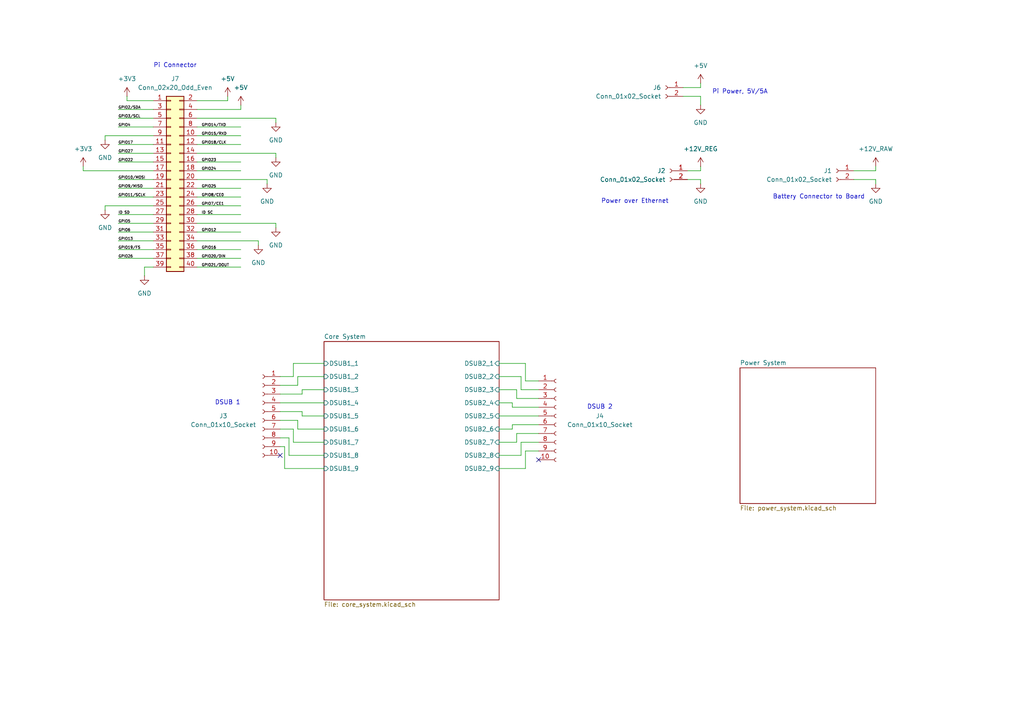
<source format=kicad_sch>
(kicad_sch (version 20250114) (generator "eeschema") (generator_version "9.0")
  (paper "A4")
  (lib_symbols
    (symbol "Connector:Conn_01x02_Socket" (pin_names (offset 1.016) (hide yes))
      (property "Reference" "J" (at 0 2.54 0))
      (property "Value" "Conn_01x02_Socket" (at 0 -5.08 0))
      (symbol "Conn_01x02_Socket_1_1"
        (polyline (pts (xy -1.27 0) (xy -0.508 0)) (stroke (width 0.1524)))
        (polyline (pts (xy -1.27 -2.54) (xy -0.508 -2.54)) (stroke (width 0.1524)))
        (arc (start 0 -0.508) (mid -0.5058 0) (end 0 0.508) (stroke (width 0.1524)))
        (arc (start 0 -3.048) (mid -0.5058 -2.54) (end 0 -2.032) (stroke (width 0.1524)))
        (pin passive line (at -5.08 0 0) (length 3.81) (name "Pin_1") (number "1"))
        (pin passive line (at -5.08 -2.54 0) (length 3.81) (name "Pin_2") (number "2"))
      )
    )
    (symbol "Connector:Conn_01x10_Socket" (pin_names (offset 1.016) (hide yes))
      (property "Reference" "J" (at 0 12.7 0))
      (property "Value" "Conn_01x10_Socket" (at 0 -15.24 0))
      (symbol "Conn_01x10_Socket_1_1"
        (polyline (pts (xy -1.27 10.16) (xy -0.508 10.16)) (stroke (width 0.1524)))
        (polyline (pts (xy -1.27 7.62) (xy -0.508 7.62)) (stroke (width 0.1524)))
        (polyline (pts (xy -1.27 5.08) (xy -0.508 5.08)) (stroke (width 0.1524)))
        (polyline (pts (xy -1.27 2.54) (xy -0.508 2.54)) (stroke (width 0.1524)))
        (polyline (pts (xy -1.27 0) (xy -0.508 0)) (stroke (width 0.1524)))
        (polyline (pts (xy -1.27 -2.54) (xy -0.508 -2.54)) (stroke (width 0.1524)))
        (polyline (pts (xy -1.27 -5.08) (xy -0.508 -5.08)) (stroke (width 0.1524)))
        (polyline (pts (xy -1.27 -7.62) (xy -0.508 -7.62)) (stroke (width 0.1524)))
        (polyline (pts (xy -1.27 -10.16) (xy -0.508 -10.16)) (stroke (width 0.1524)))
        (polyline (pts (xy -1.27 -12.7) (xy -0.508 -12.7)) (stroke (width 0.1524)))
        (arc (start 0 9.652) (mid -0.5058 10.16) (end 0 10.668) (stroke (width 0.1524)))
        (arc (start 0 7.112) (mid -0.5058 7.62) (end 0 8.128) (stroke (width 0.1524)))
        (arc (start 0 4.572) (mid -0.5058 5.08) (end 0 5.588) (stroke (width 0.1524)))
        (arc (start 0 2.032) (mid -0.5058 2.54) (end 0 3.048) (stroke (width 0.1524)))
        (arc (start 0 -0.508) (mid -0.5058 0) (end 0 0.508) (stroke (width 0.1524)))
        (arc (start 0 -3.048) (mid -0.5058 -2.54) (end 0 -2.032) (stroke (width 0.1524)))
        (arc (start 0 -5.588) (mid -0.5058 -5.08) (end 0 -4.572) (stroke (width 0.1524)))
        (arc (start 0 -8.128) (mid -0.5058 -7.62) (end 0 -7.112) (stroke (width 0.1524)))
        (arc (start 0 -10.668) (mid -0.5058 -10.16) (end 0 -9.652) (stroke (width 0.1524)))
        (arc (start 0 -13.208) (mid -0.5058 -12.7) (end 0 -12.192) (stroke (width 0.1524)))
        (pin passive line (at -5.08 10.16 0) (length 3.81) (name "Pin_1") (number "1"))
        (pin passive line (at -5.08 7.62 0) (length 3.81) (name "Pin_2") (number "2"))
        (pin passive line (at -5.08 5.08 0) (length 3.81) (name "Pin_3") (number "3"))
        (pin passive line (at -5.08 2.54 0) (length 3.81) (name "Pin_4") (number "4"))
        (pin passive line (at -5.08 0 0) (length 3.81) (name "Pin_5") (number "5"))
        (pin passive line (at -5.08 -2.54 0) (length 3.81) (name "Pin_6") (number "6"))
        (pin passive line (at -5.08 -5.08 0) (length 3.81) (name "Pin_7") (number "7"))
        (pin passive line (at -5.08 -7.62 0) (length 3.81) (name "Pin_8") (number "8"))
        (pin passive line (at -5.08 -10.16 0) (length 3.81) (name "Pin_9") (number "9"))
        (pin passive line (at -5.08 -12.7 0) (length 3.81) (name "Pin_10") (number "10"))
      )
    )
    (symbol "Connector_Generic:Conn_02x20_Odd_Even" (pin_names (offset 1.016) (hide yes))
      (property "Reference" "J" (at 1.27 25.4 0))
      (property "Value" "Conn_02x20_Odd_Even" (at 1.27 -27.94 0))
      (symbol "Conn_02x20_Odd_Even_1_1"
        (rectangle (start -1.27 24.13) (end 3.81 -26.67) (stroke (width 0.254)) (fill (type background)))
        (rectangle (start -1.27 22.987) (end 0 22.733) (stroke (width 0.1524)))
        (rectangle (start -1.27 20.447) (end 0 20.193) (stroke (width 0.1524)))
        (rectangle (start -1.27 17.907) (end 0 17.653) (stroke (width 0.1524)))
        (rectangle (start -1.27 15.367) (end 0 15.113) (stroke (width 0.1524)))
        (rectangle (start -1.27 12.827) (end 0 12.573) (stroke (width 0.1524)))
        (rectangle (start -1.27 10.287) (end 0 10.033) (stroke (width 0.1524)))
        (rectangle (start -1.27 7.747) (end 0 7.493) (stroke (width 0.1524)))
        (rectangle (start -1.27 5.207) (end 0 4.953) (stroke (width 0.1524)))
        (rectangle (start -1.27 2.667) (end 0 2.413) (stroke (width 0.1524)))
        (rectangle (start -1.27 0.127) (end 0 -0.127) (stroke (width 0.1524)))
        (rectangle (start -1.27 -2.413) (end 0 -2.667) (stroke (width 0.1524)))
        (rectangle (start -1.27 -4.953) (end 0 -5.207) (stroke (width 0.1524)))
        (rectangle (start -1.27 -7.493) (end 0 -7.747) (stroke (width 0.1524)))
        (rectangle (start -1.27 -10.033) (end 0 -10.287) (stroke (width 0.1524)))
        (rectangle (start -1.27 -12.573) (end 0 -12.827) (stroke (width 0.1524)))
        (rectangle (start -1.27 -15.113) (end 0 -15.367) (stroke (width 0.1524)))
        (rectangle (start -1.27 -17.653) (end 0 -17.907) (stroke (width 0.1524)))
        (rectangle (start -1.27 -20.193) (end 0 -20.447) (stroke (width 0.1524)))
        (rectangle (start -1.27 -22.733) (end 0 -22.987) (stroke (width 0.1524)))
        (rectangle (start -1.27 -25.273) (end 0 -25.527) (stroke (width 0.1524)))
        (rectangle (start 3.81 22.987) (end 2.54 22.733) (stroke (width 0.1524)))
        (rectangle (start 3.81 20.447) (end 2.54 20.193) (stroke (width 0.1524)))
        (rectangle (start 3.81 17.907) (end 2.54 17.653) (stroke (width 0.1524)))
        (rectangle (start 3.81 15.367) (end 2.54 15.113) (stroke (width 0.1524)))
        (rectangle (start 3.81 12.827) (end 2.54 12.573) (stroke (width 0.1524)))
        (rectangle (start 3.81 10.287) (end 2.54 10.033) (stroke (width 0.1524)))
        (rectangle (start 3.81 7.747) (end 2.54 7.493) (stroke (width 0.1524)))
        (rectangle (start 3.81 5.207) (end 2.54 4.953) (stroke (width 0.1524)))
        (rectangle (start 3.81 2.667) (end 2.54 2.413) (stroke (width 0.1524)))
        (rectangle (start 3.81 0.127) (end 2.54 -0.127) (stroke (width 0.1524)))
        (rectangle (start 3.81 -2.413) (end 2.54 -2.667) (stroke (width 0.1524)))
        (rectangle (start 3.81 -4.953) (end 2.54 -5.207) (stroke (width 0.1524)))
        (rectangle (start 3.81 -7.493) (end 2.54 -7.747) (stroke (width 0.1524)))
        (rectangle (start 3.81 -10.033) (end 2.54 -10.287) (stroke (width 0.1524)))
        (rectangle (start 3.81 -12.573) (end 2.54 -12.827) (stroke (width 0.1524)))
        (rectangle (start 3.81 -15.113) (end 2.54 -15.367) (stroke (width 0.1524)))
        (rectangle (start 3.81 -17.653) (end 2.54 -17.907) (stroke (width 0.1524)))
        (rectangle (start 3.81 -20.193) (end 2.54 -20.447) (stroke (width 0.1524)))
        (rectangle (start 3.81 -22.733) (end 2.54 -22.987) (stroke (width 0.1524)))
        (rectangle (start 3.81 -25.273) (end 2.54 -25.527) (stroke (width 0.1524)))
        (pin passive line (at -5.08 22.86 0) (length 3.81) (name "Pin_1") (number "1"))
        (pin passive line (at -5.08 20.32 0) (length 3.81) (name "Pin_3") (number "3"))
        (pin passive line (at -5.08 17.78 0) (length 3.81) (name "Pin_5") (number "5"))
        (pin passive line (at -5.08 15.24 0) (length 3.81) (name "Pin_7") (number "7"))
        (pin passive line (at -5.08 12.7 0) (length 3.81) (name "Pin_9") (number "9"))
        (pin passive line (at -5.08 10.16 0) (length 3.81) (name "Pin_11") (number "11"))
        (pin passive line (at -5.08 7.62 0) (length 3.81) (name "Pin_13") (number "13"))
        (pin passive line (at -5.08 5.08 0) (length 3.81) (name "Pin_15") (number "15"))
        (pin passive line (at -5.08 2.54 0) (length 3.81) (name "Pin_17") (number "17"))
        (pin passive line (at -5.08 0 0) (length 3.81) (name "Pin_19") (number "19"))
        (pin passive line (at -5.08 -2.54 0) (length 3.81) (name "Pin_21") (number "21"))
        (pin passive line (at -5.08 -5.08 0) (length 3.81) (name "Pin_23") (number "23"))
        (pin passive line (at -5.08 -7.62 0) (length 3.81) (name "Pin_25") (number "25"))
        (pin passive line (at -5.08 -10.16 0) (length 3.81) (name "Pin_27") (number "27"))
        (pin passive line (at -5.08 -12.7 0) (length 3.81) (name "Pin_29") (number "29"))
        (pin passive line (at -5.08 -15.24 0) (length 3.81) (name "Pin_31") (number "31"))
        (pin passive line (at -5.08 -17.78 0) (length 3.81) (name "Pin_33") (number "33"))
        (pin passive line (at -5.08 -20.32 0) (length 3.81) (name "Pin_35") (number "35"))
        (pin passive line (at -5.08 -22.86 0) (length 3.81) (name "Pin_37") (number "37"))
        (pin passive line (at -5.08 -25.4 0) (length 3.81) (name "Pin_39") (number "39"))
        (pin passive line (at 7.62 22.86 180) (length 3.81) (name "Pin_2") (number "2"))
        (pin passive line (at 7.62 20.32 180) (length 3.81) (name "Pin_4") (number "4"))
        (pin passive line (at 7.62 17.78 180) (length 3.81) (name "Pin_6") (number "6"))
        (pin passive line (at 7.62 15.24 180) (length 3.81) (name "Pin_8") (number "8"))
        (pin passive line (at 7.62 12.7 180) (length 3.81) (name "Pin_10") (number "10"))
        (pin passive line (at 7.62 10.16 180) (length 3.81) (name "Pin_12") (number "12"))
        (pin passive line (at 7.62 7.62 180) (length 3.81) (name "Pin_14") (number "14"))
        (pin passive line (at 7.62 5.08 180) (length 3.81) (name "Pin_16") (number "16"))
        (pin passive line (at 7.62 2.54 180) (length 3.81) (name "Pin_18") (number "18"))
        (pin passive line (at 7.62 0 180) (length 3.81) (name "Pin_20") (number "20"))
        (pin passive line (at 7.62 -2.54 180) (length 3.81) (name "Pin_22") (number "22"))
        (pin passive line (at 7.62 -5.08 180) (length 3.81) (name "Pin_24") (number "24"))
        (pin passive line (at 7.62 -7.62 180) (length 3.81) (name "Pin_26") (number "26"))
        (pin passive line (at 7.62 -10.16 180) (length 3.81) (name "Pin_28") (number "28"))
        (pin passive line (at 7.62 -12.7 180) (length 3.81) (name "Pin_30") (number "30"))
        (pin passive line (at 7.62 -15.24 180) (length 3.81) (name "Pin_32") (number "32"))
        (pin passive line (at 7.62 -17.78 180) (length 3.81) (name "Pin_34") (number "34"))
        (pin passive line (at 7.62 -20.32 180) (length 3.81) (name "Pin_36") (number "36"))
        (pin passive line (at 7.62 -22.86 180) (length 3.81) (name "Pin_38") (number "38"))
        (pin passive line (at 7.62 -25.4 180) (length 3.81) (name "Pin_40") (number "40"))
      )
    )
    (symbol "power:+12V" (power) (pin_numbers (hide yes)) (pin_names (offset 0) (hide yes))
      (property "Value" "+12V" (at 0 3.556 0))
      (symbol "+12V_0_1"
        (polyline (pts (xy -0.762 1.27) (xy 0 2.54)))
        (polyline (pts (xy 0 2.54) (xy 0.762 1.27)))
        (polyline (pts (xy 0 0) (xy 0 2.54)))
      )
      (symbol "+12V_1_1"
        (pin power_in line (at 0 0 90) (length 0) (name "~") (number "1"))
      )
    )
    (symbol "power:+3V3" (power) (pin_numbers (hide yes)) (pin_names (offset 0) (hide yes))
      (property "Value" "+3V3" (at 0 3.556 0))
      (symbol "+3V3_0_1"
        (polyline (pts (xy -0.762 1.27) (xy 0 2.54)))
        (polyline (pts (xy 0 2.54) (xy 0.762 1.27)))
        (polyline (pts (xy 0 0) (xy 0 2.54)))
      )
      (symbol "+3V3_1_1"
        (pin power_in line (at 0 0 90) (length 0) (name "~") (number "1"))
      )
    )
    (symbol "power:+5V" (power) (pin_numbers (hide yes)) (pin_names (offset 0) (hide yes))
      (property "Value" "+5V" (at 0 3.556 0))
      (symbol "+5V_0_1"
        (polyline (pts (xy -0.762 1.27) (xy 0 2.54)))
        (polyline (pts (xy 0 2.54) (xy 0.762 1.27)))
        (polyline (pts (xy 0 0) (xy 0 2.54)))
      )
      (symbol "+5V_1_1"
        (pin power_in line (at 0 0 90) (length 0) (name "~") (number "1"))
      )
    )
    (symbol "power:GND" (power) (pin_numbers (hide yes)) (pin_names (offset 0) (hide yes))
      (property "Value" "GND" (at 0 -3.81 0))
      (symbol "GND_0_1"
        (polyline (pts (xy 0 0) (xy 0 -1.27) (xy 1.27 -1.27) (xy 0 -2.54) (xy -1.27 -1.27) (xy 0 -1.27)))
      )
      (symbol "GND_1_1"
        (pin power_in line (at 0 0 270) (length 0) (name "~") (number "1"))
      )
    )
  )
  (text "Pi Power, 5V/5A" (at 214.63 26.67 0) (effects (font (size 1.27 1.27))))
  (text "Battery Connector to Board" (at 237.49 57.15 0) (effects (font (size 1.27 1.27))))
  (text "Pi Connector\n" (at 50.8 19.05 0) (effects (font (size 1.27 1.27))))
  (text "DSUB 1" (at 66.04 116.84 0) (effects (font (size 1.27 1.27))))
  (text "Power over Ethernet\n" (at 184.15 58.42 0) (effects (font (size 1.27 1.27))))
  (text "DSUB 2" (at 173.99 118.11 0) (effects (font (size 1.27 1.27))))
  (no_connect (at 156.21 133.35))
  (no_connect (at 81.28 132.08))
  (wire (pts (xy 66.04 27.94) (xy 66.04 29.21)))
  (wire (pts (xy 34.29 31.75) (xy 44.45 31.75)))
  (wire (pts (xy 144.78 109.22) (xy 151.13 109.22)))
  (wire (pts (xy 83.82 132.08) (xy 93.98 132.08)))
  (wire (pts (xy 156.21 113.03) (xy 151.13 113.03)))
  (wire (pts (xy 36.83 27.94) (xy 36.83 29.21)))
  (wire (pts (xy 254 49.53) (xy 247.65 49.53)))
  (wire (pts (xy 82.55 135.89) (xy 93.98 135.89)))
  (wire (pts (xy 24.13 49.53) (xy 44.45 49.53)))
  (wire (pts (xy 34.29 36.83) (xy 44.45 36.83)))
  (wire (pts (xy 81.28 114.3) (xy 87.63 114.3)))
  (wire (pts (xy 81.28 129.54) (xy 82.55 129.54)))
  (wire (pts (xy 57.15 62.23) (xy 69.85 62.23)))
  (wire (pts (xy 57.15 49.53) (xy 69.85 49.53)))
  (wire (pts (xy 151.13 113.03) (xy 151.13 109.22)))
  (wire (pts (xy 156.21 128.27) (xy 151.13 128.27)))
  (wire (pts (xy 34.29 64.77) (xy 44.45 64.77)))
  (wire (pts (xy 81.28 111.76) (xy 86.36 111.76)))
  (wire (pts (xy 86.36 121.92) (xy 86.36 124.46)))
  (wire (pts (xy 34.29 57.15) (xy 44.45 57.15)))
  (wire (pts (xy 57.15 39.37) (xy 69.85 39.37)))
  (wire (pts (xy 81.28 121.92) (xy 86.36 121.92)))
  (wire (pts (xy 57.15 36.83) (xy 69.85 36.83)))
  (wire (pts (xy 85.09 109.22) (xy 85.09 105.41)))
  (wire (pts (xy 34.29 74.93) (xy 44.45 74.93)))
  (wire (pts (xy 34.29 67.31) (xy 44.45 67.31)))
  (wire (pts (xy 149.86 125.73) (xy 149.86 128.27)))
  (wire (pts (xy 80.01 64.77) (xy 80.01 66.04)))
  (wire (pts (xy 30.48 39.37) (xy 44.45 39.37)))
  (wire (pts (xy 57.15 59.69) (xy 69.85 59.69)))
  (wire (pts (xy 199.39 52.07) (xy 203.2 52.07)))
  (wire (pts (xy 144.78 124.46) (xy 148.59 124.46)))
  (wire (pts (xy 57.15 41.91) (xy 69.85 41.91)))
  (wire (pts (xy 152.4 130.81) (xy 152.4 135.89)))
  (wire (pts (xy 57.15 29.21) (xy 66.04 29.21)))
  (wire (pts (xy 156.21 125.73) (xy 149.86 125.73)))
  (wire (pts (xy 34.29 46.99) (xy 44.45 46.99)))
  (wire (pts (xy 87.63 113.03) (xy 93.98 113.03)))
  (wire (pts (xy 87.63 119.38) (xy 87.63 120.65)))
  (wire (pts (xy 81.28 127) (xy 83.82 127)))
  (wire (pts (xy 203.2 25.4) (xy 198.12 25.4)))
  (wire (pts (xy 34.29 62.23) (xy 44.45 62.23)))
  (wire (pts (xy 34.29 44.45) (xy 44.45 44.45)))
  (wire (pts (xy 203.2 49.53) (xy 199.39 49.53)))
  (wire (pts (xy 57.15 77.47) (xy 69.85 77.47)))
  (wire (pts (xy 57.15 52.07) (xy 77.47 52.07)))
  (wire (pts (xy 144.78 116.84) (xy 148.59 116.84)))
  (wire (pts (xy 83.82 127) (xy 83.82 132.08)))
  (wire (pts (xy 24.13 48.26) (xy 24.13 49.53)))
  (wire (pts (xy 34.29 54.61) (xy 44.45 54.61)))
  (wire (pts (xy 81.28 116.84) (xy 93.98 116.84)))
  (wire (pts (xy 87.63 120.65) (xy 93.98 120.65)))
  (wire (pts (xy 57.15 46.99) (xy 69.85 46.99)))
  (wire (pts (xy 69.85 30.48) (xy 69.85 31.75)))
  (wire (pts (xy 152.4 105.41) (xy 144.78 105.41)))
  (wire (pts (xy 82.55 129.54) (xy 82.55 135.89)))
  (wire (pts (xy 156.21 118.11) (xy 148.59 118.11)))
  (wire (pts (xy 85.09 128.27) (xy 93.98 128.27)))
  (wire (pts (xy 152.4 110.49) (xy 152.4 105.41)))
  (wire (pts (xy 156.21 115.57) (xy 149.86 115.57)))
  (wire (pts (xy 57.15 31.75) (xy 69.85 31.75)))
  (wire (pts (xy 144.78 135.89) (xy 152.4 135.89)))
  (wire (pts (xy 148.59 118.11) (xy 148.59 116.84)))
  (wire (pts (xy 254 52.07) (xy 254 53.34)))
  (wire (pts (xy 86.36 111.76) (xy 86.36 109.22)))
  (wire (pts (xy 34.29 34.29) (xy 44.45 34.29)))
  (wire (pts (xy 81.28 119.38) (xy 87.63 119.38)))
  (wire (pts (xy 203.2 30.48) (xy 203.2 27.94)))
  (wire (pts (xy 30.48 60.96) (xy 30.48 59.69)))
  (wire (pts (xy 80.01 44.45) (xy 80.01 45.72)))
  (wire (pts (xy 36.83 29.21) (xy 44.45 29.21)))
  (wire (pts (xy 34.29 41.91) (xy 44.45 41.91)))
  (wire (pts (xy 86.36 109.22) (xy 93.98 109.22)))
  (wire (pts (xy 30.48 40.64) (xy 30.48 39.37)))
  (wire (pts (xy 156.21 123.19) (xy 148.59 123.19)))
  (wire (pts (xy 57.15 64.77) (xy 80.01 64.77)))
  (wire (pts (xy 57.15 74.93) (xy 69.85 74.93)))
  (wire (pts (xy 144.78 113.03) (xy 149.86 113.03)))
  (wire (pts (xy 57.15 44.45) (xy 80.01 44.45)))
  (wire (pts (xy 148.59 123.19) (xy 148.59 124.46)))
  (wire (pts (xy 247.65 52.07) (xy 254 52.07)))
  (wire (pts (xy 34.29 69.85) (xy 44.45 69.85)))
  (wire (pts (xy 41.91 77.47) (xy 41.91 80.01)))
  (wire (pts (xy 144.78 132.08) (xy 151.13 132.08)))
  (wire (pts (xy 86.36 124.46) (xy 93.98 124.46)))
  (wire (pts (xy 149.86 115.57) (xy 149.86 113.03)))
  (wire (pts (xy 85.09 105.41) (xy 93.98 105.41)))
  (wire (pts (xy 198.12 27.94) (xy 203.2 27.94)))
  (wire (pts (xy 81.28 124.46) (xy 85.09 124.46)))
  (wire (pts (xy 156.21 130.81) (xy 152.4 130.81)))
  (wire (pts (xy 74.93 69.85) (xy 74.93 71.12)))
  (wire (pts (xy 41.91 77.47) (xy 44.45 77.47)))
  (wire (pts (xy 203.2 48.26) (xy 203.2 49.53)))
  (wire (pts (xy 57.15 57.15) (xy 69.85 57.15)))
  (wire (pts (xy 57.15 69.85) (xy 74.93 69.85)))
  (wire (pts (xy 151.13 128.27) (xy 151.13 132.08)))
  (wire (pts (xy 80.01 34.29) (xy 80.01 35.56)))
  (wire (pts (xy 34.29 72.39) (xy 44.45 72.39)))
  (wire (pts (xy 254 48.26) (xy 254 49.53)))
  (wire (pts (xy 57.15 67.31) (xy 69.85 67.31)))
  (wire (pts (xy 149.86 128.27) (xy 144.78 128.27)))
  (wire (pts (xy 77.47 52.07) (xy 77.47 53.34)))
  (wire (pts (xy 144.78 120.65) (xy 156.21 120.65)))
  (wire (pts (xy 87.63 114.3) (xy 87.63 113.03)))
  (wire (pts (xy 81.28 109.22) (xy 85.09 109.22)))
  (wire (pts (xy 34.29 52.07) (xy 44.45 52.07)))
  (wire (pts (xy 57.15 72.39) (xy 69.85 72.39)))
  (wire (pts (xy 57.15 54.61) (xy 69.85 54.61)))
  (wire (pts (xy 30.48 59.69) (xy 44.45 59.69)))
  (wire (pts (xy 203.2 53.34) (xy 203.2 52.07)))
  (wire (pts (xy 203.2 24.13) (xy 203.2 25.4)))
  (wire (pts (xy 85.09 124.46) (xy 85.09 128.27)))
  (wire (pts (xy 156.21 110.49) (xy 152.4 110.49)))
  (wire (pts (xy 57.15 34.29) (xy 80.01 34.29)))
  (label "GPIO22" (at 34.29 46.99 0) (effects (font (size 0.762 0.762))))
  (label "GPIO8{slash}CE0" (at 58.42 57.15 0) (effects (font (size 0.762 0.762))))
  (label "GPIO23" (at 58.42 46.99 0) (effects (font (size 0.762 0.762))))
  (label "GPIO5" (at 34.29 64.77 0) (effects (font (size 0.762 0.762))))
  (label "GPIO18{slash}CLK" (at 58.42 41.91 0) (effects (font (size 0.762 0.762))))
  (label "GPIO10{slash}MOSI" (at 34.29 52.07 0) (effects (font (size 0.762 0.762))))
  (label "GPIO6" (at 34.29 67.31 0) (effects (font (size 0.762 0.762))))
  (label "GPIO12" (at 58.42 67.31 0) (effects (font (size 0.762 0.762))))
  (label "GPIO24" (at 58.42 49.53 0) (effects (font (size 0.762 0.762))))
  (label "GPIO26" (at 34.29 74.93 0) (effects (font (size 0.762 0.762))))
  (label "GPIO21{slash}DOUT" (at 58.42 77.47 0) (effects (font (size 0.762 0.762))))
  (label "GPIO20{slash}DIN" (at 58.42 74.93 0) (effects (font (size 0.762 0.762))))
  (label "GPIO17" (at 34.29 41.91 0) (effects (font (size 0.762 0.762))))
  (label "GPIO27" (at 34.29 44.45 0) (effects (font (size 0.762 0.762))))
  (label "GPIO13" (at 34.29 69.85 0) (effects (font (size 0.762 0.762))))
  (label "GPIO3{slash}SCL" (at 34.29 34.29 0) (effects (font (size 0.762 0.762))))
  (label "GPIO9{slash}MISO" (at 34.29 54.61 0) (effects (font (size 0.762 0.762))))
  (label "GPIO15{slash}RXD" (at 58.42 39.37 0) (effects (font (size 0.762 0.762))))
  (label "GPIO14{slash}TXD" (at 58.42 36.83 0) (effects (font (size 0.762 0.762))))
  (label "GPIO25" (at 58.42 54.61 0) (effects (font (size 0.762 0.762))))
  (label "GPIO7{slash}CE1" (at 58.42 59.69 0) (effects (font (size 0.762 0.762))))
  (label "GPIO4" (at 34.29 36.83 0) (effects (font (size 0.762 0.762))))
  (label "ID SC" (at 58.42 62.23 0) (effects (font (size 0.762 0.762))))
  (label "GPIO16" (at 58.42 72.39 0) (effects (font (size 0.762 0.762))))
  (label "ID SD" (at 34.29 62.23 0) (effects (font (size 0.762 0.762))))
  (label "GPIO19/FS" (at 34.29 72.39 0) (effects (font (size 0.762 0.762))))
  (label "GPIO11{slash}SCLK" (at 34.29 57.15 0) (effects (font (size 0.762 0.762))))
  (label "GPIO2{slash}SDA" (at 34.29 31.75 0) (effects (font (size 0.762 0.762))))
  (symbol (lib_id "Connector:Conn_01x02_Socket") (at 242.57 49.53 0) (mirror y) (unit 1)
    (property "Reference" "J1" (at 241.3 49.5299 0) (effects (justify left)))
    (property "Value" "Conn_01x02_Socket" (at 241.3 52.0699 0) (effects (justify left)))
    (property "Footprint" "Capstone Footprints:1x2_CONN_SD-43650-010_02_MOL" (effects (hide yes)))
    (property "Description" "Generic connector, single row, 01x02, script generated" (effects (hide yes)))
  )
  (symbol (lib_id "power:+3V3") (at 24.13 48.26 0) (unit 1)
    (property "Reference" "#PWR013" (effects (hide yes)))
    (property "Value" "+3V3" (at 24.13 43.18 0))
    (property "Description" "Power symbol creates a global label with name \"+3V3\"" (effects (hide yes)))
  )
  (symbol (lib_id "power:+12V") (at 203.2 48.26 0) (unit 1)
    (property "Reference" "#PWR01" (effects (hide yes)))
    (property "Value" "+12V_REG" (at 203.2 43.18 0))
    (property "Description" "Power symbol creates a global label with name \"+12V\"" (effects (hide yes)))
  )
  (symbol (lib_id "power:+5V") (at 203.2 24.13 0) (unit 1)
    (property "Reference" "#PWR06" (effects (hide yes)))
    (property "Value" "+5V" (at 203.2 19.05 0))
    (property "Description" "Power symbol creates a global label with name \"+5V\"" (effects (hide yes)))
  )
  (symbol (lib_id "power:GND") (at 80.01 45.72 0) (unit 1)
    (property "Reference" "#PWR016" (effects (hide yes)))
    (property "Value" "GND" (at 80.01 50.8 0))
    (property "Description" "Power symbol creates a global label with name \"GND\" , ground" (effects (hide yes)))
  )
  (symbol (lib_id "Connector:Conn_01x10_Socket") (at 161.29 120.65 0) (unit 1)
    (property "Reference" "J4" (at 173.99 120.65 0))
    (property "Value" "Conn_01x10_Socket" (at 173.99 123.19 0))
    (property "Footprint" "Capstone Footprints:2x5_CON10_P100X100-RIBBON_TYC" (effects (hide yes)))
    (property "Description" "Generic connector, single row, 01x10, script generated" (effects (hide yes)))
  )
  (symbol (lib_id "power:GND") (at 30.48 60.96 0) (unit 1)
    (property "Reference" "#PWR014" (effects (hide yes)))
    (property "Value" "GND" (at 30.48 66.04 0))
    (property "Description" "Power symbol creates a global label with name \"GND\" , ground" (effects (hide yes)))
  )
  (symbol (lib_id "Connector:Conn_01x02_Socket") (at 194.31 49.53 0) (mirror y) (unit 1)
    (property "Reference" "J2" (at 193.04 49.5299 0) (effects (justify left)))
    (property "Value" "Conn_01x02_Socket" (at 193.04 52.0699 0) (effects (justify left)))
    (property "Footprint" "Capstone Footprints:1x2_CONN_SD-43650-010_02_MOL" (effects (hide yes)))
    (property "Description" "Generic connector, single row, 01x02, script generated" (effects (hide yes)))
  )
  (symbol (lib_id "Connector_Generic:Conn_02x20_Odd_Even") (at 49.53 52.07 0) (unit 1)
    (property "Reference" "J7" (at 50.8 22.86 0))
    (property "Value" "Conn_02x20_Odd_Even" (at 50.8 25.4 0))
    (property "Footprint" "Capstone Footprints:2x20_CONN_3020-40-0100-00_CNC" (effects (hide yes)))
    (property "Description" "Generic connector, double row, 02x20, odd/even pin numbering scheme (row 1 odd numbers, row 2 even numbers), script generated (kicad-library-utils/schlib/autogen/connector/)" (effects (hide yes)))
  )
  (symbol (lib_id "power:GND") (at 203.2 30.48 0) (unit 1)
    (property "Reference" "#PWR07" (effects (hide yes)))
    (property "Value" "GND" (at 203.2 35.56 0))
    (property "Description" "Power symbol creates a global label with name \"GND\" , ground" (effects (hide yes)))
  )
  (symbol (lib_id "power:GND") (at 30.48 40.64 0) (unit 1)
    (property "Reference" "#PWR012" (effects (hide yes)))
    (property "Value" "GND" (at 30.48 45.72 0))
    (property "Description" "Power symbol creates a global label with name \"GND\" , ground" (effects (hide yes)))
  )
  (symbol (lib_id "Connector:Conn_01x02_Socket") (at 193.04 25.4 0) (mirror y) (unit 1)
    (property "Reference" "J6" (at 191.77 25.3999 0) (effects (justify left)))
    (property "Value" "Conn_01x02_Socket" (at 191.77 27.9399 0) (effects (justify left)))
    (property "Footprint" "Capstone Footprints:1x2_CONN_SD-43650-010_02_MOL" (effects (hide yes)))
    (property "Description" "Generic connector, single row, 01x02, script generated" (effects (hide yes)))
  )
  (symbol (lib_id "power:GND") (at 254 53.34 0) (unit 1)
    (property "Reference" "#PWR04" (effects (hide yes)))
    (property "Value" "GND" (at 254 58.42 0))
    (property "Description" "Power symbol creates a global label with name \"GND\" , ground" (effects (hide yes)))
  )
  (symbol (lib_id "power:+3V3") (at 36.83 27.94 0) (unit 1)
    (property "Reference" "#PWR08" (effects (hide yes)))
    (property "Value" "+3V3" (at 36.83 22.86 0))
    (property "Description" "Power symbol creates a global label with name \"+3V3\"" (effects (hide yes)))
  )
  (symbol (lib_id "power:GND") (at 80.01 66.04 0) (unit 1)
    (property "Reference" "#PWR018" (effects (hide yes)))
    (property "Value" "GND" (at 80.01 71.12 0))
    (property "Description" "Power symbol creates a global label with name \"GND\" , ground" (effects (hide yes)))
  )
  (symbol (lib_id "power:+5V") (at 69.85 30.48 0) (unit 1)
    (property "Reference" "#PWR010" (effects (hide yes)))
    (property "Value" "+5V" (at 69.85 25.4 0))
    (property "Description" "Power symbol creates a global label with name \"+5V\"" (effects (hide yes)))
  )
  (symbol (lib_id "power:GND") (at 80.01 35.56 0) (unit 1)
    (property "Reference" "#PWR011" (effects (hide yes)))
    (property "Value" "GND" (at 80.01 40.64 0))
    (property "Description" "Power symbol creates a global label with name \"GND\" , ground" (effects (hide yes)))
  )
  (symbol (lib_id "power:+5V") (at 66.04 27.94 0) (unit 1)
    (property "Reference" "#PWR09" (effects (hide yes)))
    (property "Value" "+5V" (at 66.04 22.86 0))
    (property "Description" "Power symbol creates a global label with name \"+5V\"" (effects (hide yes)))
  )
  (symbol (lib_id "power:GND") (at 74.93 71.12 0) (unit 1)
    (property "Reference" "#PWR019" (effects (hide yes)))
    (property "Value" "GND" (at 74.93 76.2 0))
    (property "Description" "Power symbol creates a global label with name \"GND\" , ground" (effects (hide yes)))
  )
  (symbol (lib_id "power:+12V") (at 254 48.26 0) (unit 1)
    (property "Reference" "#PWR03" (effects (hide yes)))
    (property "Value" "+12V_RAW" (at 254 43.18 0))
    (property "Description" "Power symbol creates a global label with name \"+12V\"" (effects (hide yes)))
  )
  (symbol (lib_id "Connector:Conn_01x10_Socket") (at 76.2 119.38 0) (mirror y) (unit 1)
    (property "Reference" "J3" (at 64.77 120.65 0))
    (property "Value" "Conn_01x10_Socket" (at 64.77 123.19 0))
    (property "Footprint" "Capstone Footprints:2x5_CON10_P100X100-RIBBON_TYC" (effects (hide yes)))
    (property "Description" "Generic connector, single row, 01x10, script generated" (effects (hide yes)))
  )
  (symbol (lib_id "power:GND") (at 41.91 80.01 0) (unit 1)
    (property "Reference" "#PWR015" (effects (hide yes)))
    (property "Value" "GND" (at 41.91 85.09 0))
    (property "Description" "Power symbol creates a global label with name \"GND\" , ground" (effects (hide yes)))
  )
  (symbol (lib_id "power:GND") (at 203.2 53.34 0) (unit 1)
    (property "Reference" "#PWR02" (effects (hide yes)))
    (property "Value" "GND" (at 203.2 58.42 0))
    (property "Description" "Power symbol creates a global label with name \"GND\" , ground" (effects (hide yes)))
  )
  (symbol (lib_id "power:GND") (at 77.47 53.34 0) (unit 1)
    (property "Reference" "#PWR017" (effects (hide yes)))
    (property "Value" "GND" (at 77.47 58.42 0))
    (property "Description" "Power symbol creates a global label with name \"GND\" , ground" (effects (hide yes)))
  )
  (sheet (at 214.63 106.68) (size 39.37 39.37) (stroke (width 0.1524))
    (property "Sheetname" "Power System" (at 214.63 105.9684 0) (effects (justify left bottom)))
    (property "Sheetfile" "power_system.kicad_sch" (at 214.63 146.6346 0) (effects (justify left top)))
  )
  (sheet (at 93.98 99.06) (size 50.8 74.93) (stroke (width 0.1524))
    (property "Sheetname" "Core System" (at 93.98 98.3484 0) (effects (justify left bottom)))
    (property "Sheetfile" "core_system.kicad_sch" (at 93.98 174.5746 0) (effects (justify left top)))
    (pin "DSUB2_4" input (at 144.78 116.84 0))
    (pin "DSUB2_8" input (at 144.78 132.08 0))
    (pin "DSUB2_9" input (at 144.78 135.89 0))
    (pin "DSUB2_6" input (at 144.78 124.46 0))
    (pin "DSUB2_3" input (at 144.78 113.03 0))
    (pin "DSUB2_7" input (at 144.78 128.27 0))
    (pin "DSUB2_2" input (at 144.78 109.22 0))
    (pin "DSUB2_5" input (at 144.78 120.65 0))
    (pin "DSUB2_1" input (at 144.78 105.41 0))
    (pin "DSUB1_4" input (at 93.98 116.84 180))
    (pin "DSUB1_6" input (at 93.98 124.46 180))
    (pin "DSUB1_2" input (at 93.98 109.22 180))
    (pin "DSUB1_5" input (at 93.98 120.65 180))
    (pin "DSUB1_1" input (at 93.98 105.41 180))
    (pin "DSUB1_3" input (at 93.98 113.03 180))
    (pin "DSUB1_7" input (at 93.98 128.27 180))
    (pin "DSUB1_8" input (at 93.98 132.08 180))
    (pin "DSUB1_9" input (at 93.98 135.89 180))
  )
)
</source>
